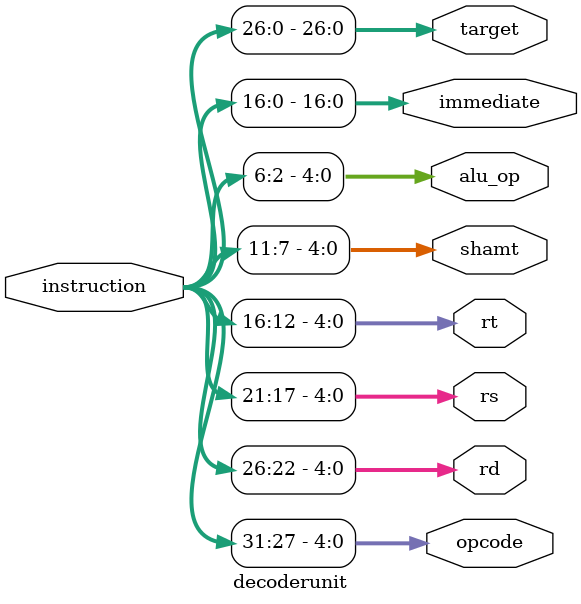
<source format=v>
module decoderunit(
    input [31:0] instruction,
    
    // R-type and I-type fields
    output [4:0] opcode,
    output [4:0] rd,
    output [4:0] rs,
    output [4:0] rt,
    output [4:0] shamt,
    output [4:0] alu_op,
    output [16:0] immediate,
    
    // J-type field 
    output [26:0] target
);

    // Instruction format:
    // R-type: [opcode][rd][rs][rt][shamt][alu_op][00]
    // I-type: [opcode][rd][rs][immediate]
    // J-type: [opcode][target]
    
    assign opcode = instruction[31:27];
    assign rd = instruction[26:22];
    assign rs = instruction[21:17];
    assign rt = instruction[16:12];
    assign shamt = instruction[11:7];
    assign alu_op = instruction[6:2];
    assign immediate = instruction[16:0];
    assign target = instruction[26:0];

endmodule
</source>
